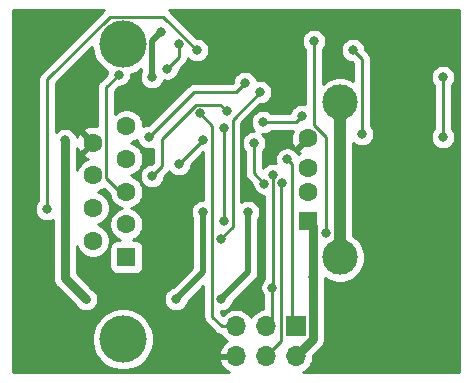
<source format=gbr>
%TF.GenerationSoftware,KiCad,Pcbnew,(5.1.10)-1*%
%TF.CreationDate,2021-11-06T11:37:03+01:00*%
%TF.ProjectId,msx-mouse-adapter,6d73782d-6d6f-4757-9365-2d6164617074,rev?*%
%TF.SameCoordinates,Original*%
%TF.FileFunction,Copper,L1,Top*%
%TF.FilePolarity,Positive*%
%FSLAX46Y46*%
G04 Gerber Fmt 4.6, Leading zero omitted, Abs format (unit mm)*
G04 Created by KiCad (PCBNEW (5.1.10)-1) date 2021-11-06 11:37:03*
%MOMM*%
%LPD*%
G01*
G04 APERTURE LIST*
%TA.AperFunction,ComponentPad*%
%ADD10C,3.000000*%
%TD*%
%TA.AperFunction,ComponentPad*%
%ADD11R,1.500000X1.600000*%
%TD*%
%TA.AperFunction,ComponentPad*%
%ADD12C,1.600000*%
%TD*%
%TA.AperFunction,ComponentPad*%
%ADD13R,1.700000X1.700000*%
%TD*%
%TA.AperFunction,ComponentPad*%
%ADD14O,1.700000X1.700000*%
%TD*%
%TA.AperFunction,ComponentPad*%
%ADD15C,4.000000*%
%TD*%
%TA.AperFunction,ComponentPad*%
%ADD16R,1.600000X1.600000*%
%TD*%
%TA.AperFunction,ViaPad*%
%ADD17C,0.800000*%
%TD*%
%TA.AperFunction,Conductor*%
%ADD18C,0.750000*%
%TD*%
%TA.AperFunction,Conductor*%
%ADD19C,0.500000*%
%TD*%
%TA.AperFunction,Conductor*%
%ADD20C,0.250000*%
%TD*%
%TA.AperFunction,Conductor*%
%ADD21C,1.000000*%
%TD*%
%TA.AperFunction,Conductor*%
%ADD22C,0.254000*%
%TD*%
%TA.AperFunction,Conductor*%
%ADD23C,0.100000*%
%TD*%
G04 APERTURE END LIST*
D10*
%TO.P,J2,5*%
%TO.N,Net-(J2-Pad5)*%
X146982000Y-55902000D03*
X146982000Y-42762000D03*
D11*
%TO.P,J2,1*%
%TO.N,+5V*%
X144272000Y-52832000D03*
D12*
%TO.P,J2,2*%
%TO.N,/D10_PWM*%
X144272000Y-50332000D03*
%TO.P,J2,3*%
%TO.N,/D11_MOSI*%
X144272000Y-48332000D03*
%TO.P,J2,4*%
%TO.N,GND*%
X144272000Y-45832000D03*
%TD*%
D13*
%TO.P,J3,1*%
%TO.N,/D12_MISO*%
X143256000Y-61722000D03*
D14*
%TO.P,J3,2*%
%TO.N,+5V*%
X143256000Y-64262000D03*
%TO.P,J3,3*%
%TO.N,/D13_SCK*%
X140716000Y-61722000D03*
%TO.P,J3,4*%
%TO.N,/D11_MOSI*%
X140716000Y-64262000D03*
%TO.P,J3,5*%
%TO.N,/RESET*%
X138176000Y-61722000D03*
%TO.P,J3,6*%
%TO.N,GND*%
X138176000Y-64262000D03*
%TD*%
D12*
%TO.P,J1,2*%
%TO.N,/D3_PWM*%
X128905000Y-53110000D03*
%TO.P,J1,8*%
%TO.N,/D8*%
X126065000Y-48955000D03*
%TO.P,J1,9*%
%TO.N,GND*%
X126065000Y-46185000D03*
D15*
%TO.P,J1,0*%
%TO.N,N/C*%
X128605000Y-37840000D03*
X128605000Y-62840000D03*
D12*
%TO.P,J1,5*%
%TO.N,+5V*%
X128905000Y-44800000D03*
%TO.P,J1,4*%
%TO.N,/D5_PWM*%
X128905000Y-47570000D03*
%TO.P,J1,7*%
%TO.N,/ButtonRight*%
X126065000Y-51725000D03*
D16*
%TO.P,J1,1*%
%TO.N,/D2*%
X128905000Y-55880000D03*
D12*
%TO.P,J1,3*%
%TO.N,/D4*%
X128905000Y-50340000D03*
%TO.P,J1,6*%
%TO.N,/ButtonLeft*%
X126065000Y-54495000D03*
%TD*%
D17*
%TO.N,GND*%
X136398000Y-38100000D03*
X137922000Y-38100000D03*
X133350000Y-52070000D03*
X134112000Y-35560000D03*
X152654000Y-60198000D03*
%TO.N,+5V*%
X123698000Y-45974000D03*
X125476000Y-59436000D03*
X144681001Y-57559001D03*
X135382000Y-52070000D03*
X133096000Y-59436000D03*
X139192000Y-52070000D03*
X136906000Y-59436000D03*
X131064000Y-40640000D03*
X131826000Y-36830000D03*
%TO.N,/D2*%
X137160000Y-44958000D03*
X137160000Y-52832000D03*
%TO.N,/D3_PWM*%
X134869347Y-38358653D03*
X122174000Y-51816000D03*
%TO.N,/D4*%
X128265818Y-40417784D03*
X133340694Y-37855306D03*
X132370999Y-39914999D03*
%TO.N,/D5_PWM*%
X130810000Y-45720000D03*
X138938000Y-41148000D03*
%TO.N,/ButtonLeft*%
X140208000Y-41910000D03*
X136905999Y-54356000D03*
%TO.N,/ButtonRight*%
X133350000Y-48006000D03*
X135382000Y-45974000D03*
X140462000Y-44450000D03*
X143764000Y-43942000D03*
%TO.N,/D8*%
X137379999Y-43542000D03*
X131064000Y-49022000D03*
%TO.N,/D10_PWM*%
X139700000Y-46228000D03*
X140589000Y-49657000D03*
%TO.N,/D11_MOSI*%
X142039001Y-49607000D03*
%TO.N,/D12_MISO*%
X142511314Y-47607000D03*
%TO.N,/D13_SCK*%
X144780000Y-37592000D03*
X145796000Y-53848000D03*
X141261000Y-58461000D03*
X141290279Y-48944113D03*
%TO.N,/RESET*%
X135128000Y-43688000D03*
%TO.N,Net-(C2-Pad1)*%
X148844000Y-45466000D03*
X148082000Y-38354000D03*
%TO.N,Net-(C3-Pad1)*%
X155702000Y-40640000D03*
X155702000Y-45720000D03*
%TD*%
D18*
%TO.N,+5V*%
X123698000Y-45974000D02*
X123698000Y-57658000D01*
X123698000Y-57658000D02*
X125476000Y-59436000D01*
X144681001Y-53241001D02*
X144272000Y-52832000D01*
X143256000Y-64262000D02*
X144681001Y-62836999D01*
X144681001Y-57559001D02*
X144681001Y-53241001D01*
X144681001Y-62836999D02*
X144681001Y-57559001D01*
D19*
X135382000Y-57150000D02*
X133096000Y-59436000D01*
X135382000Y-52070000D02*
X135382000Y-57150000D01*
X139192000Y-52070000D02*
X139192000Y-57150000D01*
X139192000Y-57150000D02*
X136906000Y-59436000D01*
X131064000Y-37592000D02*
X131826000Y-36830000D01*
X131064000Y-40640000D02*
X131064000Y-37592000D01*
D20*
%TO.N,/D2*%
X137160000Y-44958000D02*
X137160000Y-52832000D01*
%TO.N,/D3_PWM*%
X122174000Y-40829998D02*
X122174000Y-51816000D01*
X127488999Y-35514999D02*
X122174000Y-40829998D01*
X132025693Y-35514999D02*
X127488999Y-35514999D01*
X134869347Y-38358653D02*
X132025693Y-35514999D01*
%TO.N,/D4*%
X127190001Y-41493601D02*
X127190001Y-49212001D01*
X128265818Y-40417784D02*
X127190001Y-41493601D01*
X128318000Y-50340000D02*
X128905000Y-50340000D01*
X127190001Y-49212001D02*
X128318000Y-50340000D01*
X133340694Y-38945304D02*
X132370999Y-39914999D01*
X133340694Y-37855306D02*
X133340694Y-38945304D01*
%TO.N,/D5_PWM*%
X130810000Y-45720000D02*
X134620000Y-41910000D01*
X138176000Y-41910000D02*
X138938000Y-41148000D01*
X134620000Y-41910000D02*
X138176000Y-41910000D01*
%TO.N,/ButtonLeft*%
X137885001Y-44232999D02*
X137885001Y-53303001D01*
X140208000Y-41910000D02*
X137885001Y-44232999D01*
X136905999Y-54282003D02*
X136905999Y-54356000D01*
X137885001Y-53303001D02*
X136905999Y-54282003D01*
%TO.N,/ButtonRight*%
X133350000Y-48006000D02*
X135455999Y-45900001D01*
X135455999Y-45900001D02*
X135382000Y-45974000D01*
X143256000Y-44450000D02*
X143764000Y-43942000D01*
X140462000Y-44450000D02*
X143256000Y-44450000D01*
%TO.N,/D8*%
X136800998Y-42962999D02*
X137379999Y-43542000D01*
X134779999Y-42962999D02*
X136800998Y-42962999D01*
X131893000Y-45849998D02*
X134779999Y-42962999D01*
X131893000Y-48193000D02*
X131064000Y-49022000D01*
X131893000Y-45849998D02*
X131893000Y-48193000D01*
D21*
%TO.N,Net-(J2-Pad5)*%
X146982000Y-42762000D02*
X146982000Y-55902000D01*
D20*
%TO.N,/D10_PWM*%
X139700000Y-48768000D02*
X139700000Y-46228000D01*
X140589000Y-49657000D02*
X139700000Y-48768000D01*
X140716000Y-49784000D02*
X140589000Y-49657000D01*
%TO.N,/D11_MOSI*%
X141986000Y-62992000D02*
X140716000Y-64262000D01*
X141986000Y-49784000D02*
X141986000Y-62992000D01*
X141986000Y-49660001D02*
X142039001Y-49607000D01*
X141986000Y-49784000D02*
X141986000Y-49660001D01*
%TO.N,/D12_MISO*%
X142911313Y-61377313D02*
X143256000Y-61722000D01*
X142911313Y-48006999D02*
X142911313Y-61377313D01*
X142511314Y-47607000D02*
X142911313Y-48006999D01*
%TO.N,/D13_SCK*%
X145796000Y-45722999D02*
X145796000Y-53848000D01*
X144780000Y-44706999D02*
X145796000Y-45722999D01*
X144780000Y-37592000D02*
X144780000Y-44706999D01*
X141314001Y-58407999D02*
X141261000Y-58461000D01*
X141314001Y-49308999D02*
X141314001Y-58407999D01*
X141290279Y-49285277D02*
X141314001Y-49308999D01*
X141290279Y-48944113D02*
X141290279Y-49285277D01*
X141261000Y-61177000D02*
X140716000Y-61722000D01*
X141261000Y-58461000D02*
X141261000Y-61177000D01*
%TO.N,/RESET*%
X136180999Y-44740999D02*
X135128000Y-43688000D01*
X136180999Y-60929080D02*
X136180999Y-44740999D01*
X136973919Y-61722000D02*
X136180999Y-60929080D01*
X138176000Y-61722000D02*
X136973919Y-61722000D01*
%TO.N,Net-(C2-Pad1)*%
X148844000Y-39116000D02*
X148082000Y-38354000D01*
X148844000Y-45466000D02*
X148844000Y-39116000D01*
%TO.N,Net-(C3-Pad1)*%
X155702000Y-40640000D02*
X155702000Y-45720000D01*
%TD*%
D22*
%TO.N,GND*%
X157074001Y-65634000D02*
X143824190Y-65634000D01*
X143959411Y-65577990D01*
X144202632Y-65415475D01*
X144409475Y-65208632D01*
X144571990Y-64965411D01*
X144683932Y-64695158D01*
X144741000Y-64408260D01*
X144741000Y-64205356D01*
X145360100Y-63586256D01*
X145398634Y-63554632D01*
X145524848Y-63400839D01*
X145618633Y-63225379D01*
X145655897Y-63102537D01*
X145676386Y-63034994D01*
X145695887Y-62836999D01*
X145691001Y-62787391D01*
X145691001Y-57786624D01*
X145716001Y-57660940D01*
X145716001Y-57623829D01*
X145970698Y-57794012D01*
X146359244Y-57954953D01*
X146771721Y-58037000D01*
X147192279Y-58037000D01*
X147604756Y-57954953D01*
X147993302Y-57794012D01*
X148342983Y-57560363D01*
X148640363Y-57262983D01*
X148874012Y-56913302D01*
X149034953Y-56524756D01*
X149117000Y-56112279D01*
X149117000Y-55691721D01*
X149034953Y-55279244D01*
X148874012Y-54890698D01*
X148640363Y-54541017D01*
X148342983Y-54243637D01*
X148117000Y-54092640D01*
X148117000Y-46202711D01*
X148184226Y-46269937D01*
X148353744Y-46383205D01*
X148542102Y-46461226D01*
X148742061Y-46501000D01*
X148945939Y-46501000D01*
X149145898Y-46461226D01*
X149334256Y-46383205D01*
X149503774Y-46269937D01*
X149647937Y-46125774D01*
X149761205Y-45956256D01*
X149839226Y-45767898D01*
X149879000Y-45567939D01*
X149879000Y-45364061D01*
X149839226Y-45164102D01*
X149761205Y-44975744D01*
X149647937Y-44806226D01*
X149604000Y-44762289D01*
X149604000Y-40538061D01*
X154667000Y-40538061D01*
X154667000Y-40741939D01*
X154706774Y-40941898D01*
X154784795Y-41130256D01*
X154898063Y-41299774D01*
X154942000Y-41343711D01*
X154942001Y-45016288D01*
X154898063Y-45060226D01*
X154784795Y-45229744D01*
X154706774Y-45418102D01*
X154667000Y-45618061D01*
X154667000Y-45821939D01*
X154706774Y-46021898D01*
X154784795Y-46210256D01*
X154898063Y-46379774D01*
X155042226Y-46523937D01*
X155211744Y-46637205D01*
X155400102Y-46715226D01*
X155600061Y-46755000D01*
X155803939Y-46755000D01*
X156003898Y-46715226D01*
X156192256Y-46637205D01*
X156361774Y-46523937D01*
X156505937Y-46379774D01*
X156619205Y-46210256D01*
X156697226Y-46021898D01*
X156737000Y-45821939D01*
X156737000Y-45618061D01*
X156697226Y-45418102D01*
X156619205Y-45229744D01*
X156505937Y-45060226D01*
X156462000Y-45016289D01*
X156462000Y-41343711D01*
X156505937Y-41299774D01*
X156619205Y-41130256D01*
X156697226Y-40941898D01*
X156737000Y-40741939D01*
X156737000Y-40538061D01*
X156697226Y-40338102D01*
X156619205Y-40149744D01*
X156505937Y-39980226D01*
X156361774Y-39836063D01*
X156192256Y-39722795D01*
X156003898Y-39644774D01*
X155803939Y-39605000D01*
X155600061Y-39605000D01*
X155400102Y-39644774D01*
X155211744Y-39722795D01*
X155042226Y-39836063D01*
X154898063Y-39980226D01*
X154784795Y-40149744D01*
X154706774Y-40338102D01*
X154667000Y-40538061D01*
X149604000Y-40538061D01*
X149604000Y-39153325D01*
X149607676Y-39116000D01*
X149604000Y-39078675D01*
X149604000Y-39078667D01*
X149593003Y-38967014D01*
X149549546Y-38823753D01*
X149478974Y-38691724D01*
X149384001Y-38575999D01*
X149355002Y-38552201D01*
X149117000Y-38314198D01*
X149117000Y-38252061D01*
X149077226Y-38052102D01*
X148999205Y-37863744D01*
X148885937Y-37694226D01*
X148741774Y-37550063D01*
X148572256Y-37436795D01*
X148383898Y-37358774D01*
X148183939Y-37319000D01*
X147980061Y-37319000D01*
X147780102Y-37358774D01*
X147591744Y-37436795D01*
X147422226Y-37550063D01*
X147278063Y-37694226D01*
X147164795Y-37863744D01*
X147086774Y-38052102D01*
X147047000Y-38252061D01*
X147047000Y-38455939D01*
X147086774Y-38655898D01*
X147164795Y-38844256D01*
X147278063Y-39013774D01*
X147422226Y-39157937D01*
X147591744Y-39271205D01*
X147780102Y-39349226D01*
X147980061Y-39389000D01*
X148042198Y-39389000D01*
X148084001Y-39430803D01*
X148084001Y-40930591D01*
X147993302Y-40869988D01*
X147604756Y-40709047D01*
X147192279Y-40627000D01*
X146771721Y-40627000D01*
X146359244Y-40709047D01*
X145970698Y-40869988D01*
X145621017Y-41103637D01*
X145540000Y-41184654D01*
X145540000Y-38295711D01*
X145583937Y-38251774D01*
X145697205Y-38082256D01*
X145775226Y-37893898D01*
X145815000Y-37693939D01*
X145815000Y-37490061D01*
X145775226Y-37290102D01*
X145697205Y-37101744D01*
X145583937Y-36932226D01*
X145439774Y-36788063D01*
X145270256Y-36674795D01*
X145081898Y-36596774D01*
X144881939Y-36557000D01*
X144678061Y-36557000D01*
X144478102Y-36596774D01*
X144289744Y-36674795D01*
X144120226Y-36788063D01*
X143976063Y-36932226D01*
X143862795Y-37101744D01*
X143784774Y-37290102D01*
X143745000Y-37490061D01*
X143745000Y-37693939D01*
X143784774Y-37893898D01*
X143862795Y-38082256D01*
X143976063Y-38251774D01*
X144020000Y-38295711D01*
X144020001Y-42937645D01*
X143865939Y-42907000D01*
X143662061Y-42907000D01*
X143462102Y-42946774D01*
X143273744Y-43024795D01*
X143104226Y-43138063D01*
X142960063Y-43282226D01*
X142846795Y-43451744D01*
X142768774Y-43640102D01*
X142758849Y-43690000D01*
X141165711Y-43690000D01*
X141121774Y-43646063D01*
X140952256Y-43532795D01*
X140763898Y-43454774D01*
X140563939Y-43415000D01*
X140360061Y-43415000D01*
X140160102Y-43454774D01*
X139971744Y-43532795D01*
X139802226Y-43646063D01*
X139658063Y-43790226D01*
X139544795Y-43959744D01*
X139466774Y-44148102D01*
X139427000Y-44348061D01*
X139427000Y-44551939D01*
X139466774Y-44751898D01*
X139544795Y-44940256D01*
X139658063Y-45109774D01*
X139741289Y-45193000D01*
X139598061Y-45193000D01*
X139398102Y-45232774D01*
X139209744Y-45310795D01*
X139040226Y-45424063D01*
X138896063Y-45568226D01*
X138782795Y-45737744D01*
X138704774Y-45926102D01*
X138665000Y-46126061D01*
X138665000Y-46329939D01*
X138704774Y-46529898D01*
X138782795Y-46718256D01*
X138896063Y-46887774D01*
X138940001Y-46931712D01*
X138940000Y-48730677D01*
X138936324Y-48768000D01*
X138940000Y-48805322D01*
X138940000Y-48805332D01*
X138950997Y-48916985D01*
X138983771Y-49025027D01*
X138994454Y-49060246D01*
X139065026Y-49192276D01*
X139085615Y-49217363D01*
X139159999Y-49308001D01*
X139189002Y-49331803D01*
X139554000Y-49696801D01*
X139554000Y-49758939D01*
X139593774Y-49958898D01*
X139671795Y-50147256D01*
X139785063Y-50316774D01*
X139929226Y-50460937D01*
X140098744Y-50574205D01*
X140287102Y-50652226D01*
X140487061Y-50692000D01*
X140554001Y-50692000D01*
X140554002Y-57704287D01*
X140457063Y-57801226D01*
X140343795Y-57970744D01*
X140265774Y-58159102D01*
X140226000Y-58359061D01*
X140226000Y-58562939D01*
X140265774Y-58762898D01*
X140343795Y-58951256D01*
X140457063Y-59120774D01*
X140501000Y-59164711D01*
X140501001Y-60250673D01*
X140282842Y-60294068D01*
X140012589Y-60406010D01*
X139769368Y-60568525D01*
X139562525Y-60775368D01*
X139446000Y-60949760D01*
X139329475Y-60775368D01*
X139122632Y-60568525D01*
X138879411Y-60406010D01*
X138609158Y-60294068D01*
X138322260Y-60237000D01*
X138029740Y-60237000D01*
X137742842Y-60294068D01*
X137472589Y-60406010D01*
X137229368Y-60568525D01*
X137062307Y-60735586D01*
X136940999Y-60614279D01*
X136940999Y-60471000D01*
X137007939Y-60471000D01*
X137207898Y-60431226D01*
X137396256Y-60353205D01*
X137565774Y-60239937D01*
X137709937Y-60095774D01*
X137823205Y-59926256D01*
X137901226Y-59737898D01*
X137912535Y-59681043D01*
X139787049Y-57806530D01*
X139820817Y-57778817D01*
X139931411Y-57644059D01*
X140013589Y-57490313D01*
X140064195Y-57323490D01*
X140077000Y-57193477D01*
X140077000Y-57193467D01*
X140081281Y-57150001D01*
X140077000Y-57106535D01*
X140077000Y-52608454D01*
X140109205Y-52560256D01*
X140187226Y-52371898D01*
X140227000Y-52171939D01*
X140227000Y-51968061D01*
X140187226Y-51768102D01*
X140109205Y-51579744D01*
X139995937Y-51410226D01*
X139851774Y-51266063D01*
X139682256Y-51152795D01*
X139493898Y-51074774D01*
X139293939Y-51035000D01*
X139090061Y-51035000D01*
X138890102Y-51074774D01*
X138701744Y-51152795D01*
X138645001Y-51190709D01*
X138645001Y-44547800D01*
X140247802Y-42945000D01*
X140309939Y-42945000D01*
X140509898Y-42905226D01*
X140698256Y-42827205D01*
X140867774Y-42713937D01*
X141011937Y-42569774D01*
X141125205Y-42400256D01*
X141203226Y-42211898D01*
X141243000Y-42011939D01*
X141243000Y-41808061D01*
X141203226Y-41608102D01*
X141125205Y-41419744D01*
X141011937Y-41250226D01*
X140867774Y-41106063D01*
X140698256Y-40992795D01*
X140509898Y-40914774D01*
X140309939Y-40875000D01*
X140106061Y-40875000D01*
X139945333Y-40906970D01*
X139933226Y-40846102D01*
X139855205Y-40657744D01*
X139741937Y-40488226D01*
X139597774Y-40344063D01*
X139428256Y-40230795D01*
X139239898Y-40152774D01*
X139039939Y-40113000D01*
X138836061Y-40113000D01*
X138636102Y-40152774D01*
X138447744Y-40230795D01*
X138278226Y-40344063D01*
X138134063Y-40488226D01*
X138020795Y-40657744D01*
X137942774Y-40846102D01*
X137903000Y-41046061D01*
X137903000Y-41108199D01*
X137861199Y-41150000D01*
X134657325Y-41150000D01*
X134620000Y-41146324D01*
X134582675Y-41150000D01*
X134582667Y-41150000D01*
X134471014Y-41160997D01*
X134327753Y-41204454D01*
X134195724Y-41275026D01*
X134079999Y-41369999D01*
X134056201Y-41398997D01*
X130770199Y-44685000D01*
X130708061Y-44685000D01*
X130508102Y-44724774D01*
X130340000Y-44794405D01*
X130340000Y-44658665D01*
X130284853Y-44381426D01*
X130176680Y-44120273D01*
X130019637Y-43885241D01*
X129819759Y-43685363D01*
X129584727Y-43528320D01*
X129323574Y-43420147D01*
X129046335Y-43365000D01*
X128763665Y-43365000D01*
X128486426Y-43420147D01*
X128225273Y-43528320D01*
X127990241Y-43685363D01*
X127950001Y-43725603D01*
X127950001Y-41808402D01*
X128305620Y-41452784D01*
X128367757Y-41452784D01*
X128567716Y-41413010D01*
X128756074Y-41334989D01*
X128925592Y-41221721D01*
X129069755Y-41077558D01*
X129183023Y-40908040D01*
X129261044Y-40719682D01*
X129300818Y-40519723D01*
X129300818Y-40388216D01*
X129373601Y-40373739D01*
X129853141Y-40175107D01*
X130179000Y-39957374D01*
X130179000Y-40101545D01*
X130146795Y-40149744D01*
X130068774Y-40338102D01*
X130029000Y-40538061D01*
X130029000Y-40741939D01*
X130068774Y-40941898D01*
X130146795Y-41130256D01*
X130260063Y-41299774D01*
X130404226Y-41443937D01*
X130573744Y-41557205D01*
X130762102Y-41635226D01*
X130962061Y-41675000D01*
X131165939Y-41675000D01*
X131365898Y-41635226D01*
X131554256Y-41557205D01*
X131723774Y-41443937D01*
X131867937Y-41299774D01*
X131981205Y-41130256D01*
X132059226Y-40941898D01*
X132065798Y-40908857D01*
X132069101Y-40910225D01*
X132269060Y-40949999D01*
X132472938Y-40949999D01*
X132672897Y-40910225D01*
X132861255Y-40832204D01*
X133030773Y-40718936D01*
X133174936Y-40574773D01*
X133288204Y-40405255D01*
X133366225Y-40216897D01*
X133405999Y-40016938D01*
X133405999Y-39954801D01*
X133851697Y-39509103D01*
X133880695Y-39485305D01*
X133975668Y-39369580D01*
X134046240Y-39237551D01*
X134089697Y-39094290D01*
X134094321Y-39047338D01*
X134209573Y-39162590D01*
X134379091Y-39275858D01*
X134567449Y-39353879D01*
X134767408Y-39393653D01*
X134971286Y-39393653D01*
X135171245Y-39353879D01*
X135359603Y-39275858D01*
X135529121Y-39162590D01*
X135673284Y-39018427D01*
X135786552Y-38848909D01*
X135864573Y-38660551D01*
X135904347Y-38460592D01*
X135904347Y-38256714D01*
X135864573Y-38056755D01*
X135786552Y-37868397D01*
X135673284Y-37698879D01*
X135529121Y-37554716D01*
X135359603Y-37441448D01*
X135171245Y-37363427D01*
X134971286Y-37323653D01*
X134909149Y-37323653D01*
X132589497Y-35004002D01*
X132565694Y-34974998D01*
X132535234Y-34950000D01*
X157074000Y-34950000D01*
X157074001Y-65634000D01*
%TA.AperFunction,Conductor*%
D23*
G36*
X157074001Y-65634000D02*
G01*
X143824190Y-65634000D01*
X143959411Y-65577990D01*
X144202632Y-65415475D01*
X144409475Y-65208632D01*
X144571990Y-64965411D01*
X144683932Y-64695158D01*
X144741000Y-64408260D01*
X144741000Y-64205356D01*
X145360100Y-63586256D01*
X145398634Y-63554632D01*
X145524848Y-63400839D01*
X145618633Y-63225379D01*
X145655897Y-63102537D01*
X145676386Y-63034994D01*
X145695887Y-62836999D01*
X145691001Y-62787391D01*
X145691001Y-57786624D01*
X145716001Y-57660940D01*
X145716001Y-57623829D01*
X145970698Y-57794012D01*
X146359244Y-57954953D01*
X146771721Y-58037000D01*
X147192279Y-58037000D01*
X147604756Y-57954953D01*
X147993302Y-57794012D01*
X148342983Y-57560363D01*
X148640363Y-57262983D01*
X148874012Y-56913302D01*
X149034953Y-56524756D01*
X149117000Y-56112279D01*
X149117000Y-55691721D01*
X149034953Y-55279244D01*
X148874012Y-54890698D01*
X148640363Y-54541017D01*
X148342983Y-54243637D01*
X148117000Y-54092640D01*
X148117000Y-46202711D01*
X148184226Y-46269937D01*
X148353744Y-46383205D01*
X148542102Y-46461226D01*
X148742061Y-46501000D01*
X148945939Y-46501000D01*
X149145898Y-46461226D01*
X149334256Y-46383205D01*
X149503774Y-46269937D01*
X149647937Y-46125774D01*
X149761205Y-45956256D01*
X149839226Y-45767898D01*
X149879000Y-45567939D01*
X149879000Y-45364061D01*
X149839226Y-45164102D01*
X149761205Y-44975744D01*
X149647937Y-44806226D01*
X149604000Y-44762289D01*
X149604000Y-40538061D01*
X154667000Y-40538061D01*
X154667000Y-40741939D01*
X154706774Y-40941898D01*
X154784795Y-41130256D01*
X154898063Y-41299774D01*
X154942000Y-41343711D01*
X154942001Y-45016288D01*
X154898063Y-45060226D01*
X154784795Y-45229744D01*
X154706774Y-45418102D01*
X154667000Y-45618061D01*
X154667000Y-45821939D01*
X154706774Y-46021898D01*
X154784795Y-46210256D01*
X154898063Y-46379774D01*
X155042226Y-46523937D01*
X155211744Y-46637205D01*
X155400102Y-46715226D01*
X155600061Y-46755000D01*
X155803939Y-46755000D01*
X156003898Y-46715226D01*
X156192256Y-46637205D01*
X156361774Y-46523937D01*
X156505937Y-46379774D01*
X156619205Y-46210256D01*
X156697226Y-46021898D01*
X156737000Y-45821939D01*
X156737000Y-45618061D01*
X156697226Y-45418102D01*
X156619205Y-45229744D01*
X156505937Y-45060226D01*
X156462000Y-45016289D01*
X156462000Y-41343711D01*
X156505937Y-41299774D01*
X156619205Y-41130256D01*
X156697226Y-40941898D01*
X156737000Y-40741939D01*
X156737000Y-40538061D01*
X156697226Y-40338102D01*
X156619205Y-40149744D01*
X156505937Y-39980226D01*
X156361774Y-39836063D01*
X156192256Y-39722795D01*
X156003898Y-39644774D01*
X155803939Y-39605000D01*
X155600061Y-39605000D01*
X155400102Y-39644774D01*
X155211744Y-39722795D01*
X155042226Y-39836063D01*
X154898063Y-39980226D01*
X154784795Y-40149744D01*
X154706774Y-40338102D01*
X154667000Y-40538061D01*
X149604000Y-40538061D01*
X149604000Y-39153325D01*
X149607676Y-39116000D01*
X149604000Y-39078675D01*
X149604000Y-39078667D01*
X149593003Y-38967014D01*
X149549546Y-38823753D01*
X149478974Y-38691724D01*
X149384001Y-38575999D01*
X149355002Y-38552201D01*
X149117000Y-38314198D01*
X149117000Y-38252061D01*
X149077226Y-38052102D01*
X148999205Y-37863744D01*
X148885937Y-37694226D01*
X148741774Y-37550063D01*
X148572256Y-37436795D01*
X148383898Y-37358774D01*
X148183939Y-37319000D01*
X147980061Y-37319000D01*
X147780102Y-37358774D01*
X147591744Y-37436795D01*
X147422226Y-37550063D01*
X147278063Y-37694226D01*
X147164795Y-37863744D01*
X147086774Y-38052102D01*
X147047000Y-38252061D01*
X147047000Y-38455939D01*
X147086774Y-38655898D01*
X147164795Y-38844256D01*
X147278063Y-39013774D01*
X147422226Y-39157937D01*
X147591744Y-39271205D01*
X147780102Y-39349226D01*
X147980061Y-39389000D01*
X148042198Y-39389000D01*
X148084001Y-39430803D01*
X148084001Y-40930591D01*
X147993302Y-40869988D01*
X147604756Y-40709047D01*
X147192279Y-40627000D01*
X146771721Y-40627000D01*
X146359244Y-40709047D01*
X145970698Y-40869988D01*
X145621017Y-41103637D01*
X145540000Y-41184654D01*
X145540000Y-38295711D01*
X145583937Y-38251774D01*
X145697205Y-38082256D01*
X145775226Y-37893898D01*
X145815000Y-37693939D01*
X145815000Y-37490061D01*
X145775226Y-37290102D01*
X145697205Y-37101744D01*
X145583937Y-36932226D01*
X145439774Y-36788063D01*
X145270256Y-36674795D01*
X145081898Y-36596774D01*
X144881939Y-36557000D01*
X144678061Y-36557000D01*
X144478102Y-36596774D01*
X144289744Y-36674795D01*
X144120226Y-36788063D01*
X143976063Y-36932226D01*
X143862795Y-37101744D01*
X143784774Y-37290102D01*
X143745000Y-37490061D01*
X143745000Y-37693939D01*
X143784774Y-37893898D01*
X143862795Y-38082256D01*
X143976063Y-38251774D01*
X144020000Y-38295711D01*
X144020001Y-42937645D01*
X143865939Y-42907000D01*
X143662061Y-42907000D01*
X143462102Y-42946774D01*
X143273744Y-43024795D01*
X143104226Y-43138063D01*
X142960063Y-43282226D01*
X142846795Y-43451744D01*
X142768774Y-43640102D01*
X142758849Y-43690000D01*
X141165711Y-43690000D01*
X141121774Y-43646063D01*
X140952256Y-43532795D01*
X140763898Y-43454774D01*
X140563939Y-43415000D01*
X140360061Y-43415000D01*
X140160102Y-43454774D01*
X139971744Y-43532795D01*
X139802226Y-43646063D01*
X139658063Y-43790226D01*
X139544795Y-43959744D01*
X139466774Y-44148102D01*
X139427000Y-44348061D01*
X139427000Y-44551939D01*
X139466774Y-44751898D01*
X139544795Y-44940256D01*
X139658063Y-45109774D01*
X139741289Y-45193000D01*
X139598061Y-45193000D01*
X139398102Y-45232774D01*
X139209744Y-45310795D01*
X139040226Y-45424063D01*
X138896063Y-45568226D01*
X138782795Y-45737744D01*
X138704774Y-45926102D01*
X138665000Y-46126061D01*
X138665000Y-46329939D01*
X138704774Y-46529898D01*
X138782795Y-46718256D01*
X138896063Y-46887774D01*
X138940001Y-46931712D01*
X138940000Y-48730677D01*
X138936324Y-48768000D01*
X138940000Y-48805322D01*
X138940000Y-48805332D01*
X138950997Y-48916985D01*
X138983771Y-49025027D01*
X138994454Y-49060246D01*
X139065026Y-49192276D01*
X139085615Y-49217363D01*
X139159999Y-49308001D01*
X139189002Y-49331803D01*
X139554000Y-49696801D01*
X139554000Y-49758939D01*
X139593774Y-49958898D01*
X139671795Y-50147256D01*
X139785063Y-50316774D01*
X139929226Y-50460937D01*
X140098744Y-50574205D01*
X140287102Y-50652226D01*
X140487061Y-50692000D01*
X140554001Y-50692000D01*
X140554002Y-57704287D01*
X140457063Y-57801226D01*
X140343795Y-57970744D01*
X140265774Y-58159102D01*
X140226000Y-58359061D01*
X140226000Y-58562939D01*
X140265774Y-58762898D01*
X140343795Y-58951256D01*
X140457063Y-59120774D01*
X140501000Y-59164711D01*
X140501001Y-60250673D01*
X140282842Y-60294068D01*
X140012589Y-60406010D01*
X139769368Y-60568525D01*
X139562525Y-60775368D01*
X139446000Y-60949760D01*
X139329475Y-60775368D01*
X139122632Y-60568525D01*
X138879411Y-60406010D01*
X138609158Y-60294068D01*
X138322260Y-60237000D01*
X138029740Y-60237000D01*
X137742842Y-60294068D01*
X137472589Y-60406010D01*
X137229368Y-60568525D01*
X137062307Y-60735586D01*
X136940999Y-60614279D01*
X136940999Y-60471000D01*
X137007939Y-60471000D01*
X137207898Y-60431226D01*
X137396256Y-60353205D01*
X137565774Y-60239937D01*
X137709937Y-60095774D01*
X137823205Y-59926256D01*
X137901226Y-59737898D01*
X137912535Y-59681043D01*
X139787049Y-57806530D01*
X139820817Y-57778817D01*
X139931411Y-57644059D01*
X140013589Y-57490313D01*
X140064195Y-57323490D01*
X140077000Y-57193477D01*
X140077000Y-57193467D01*
X140081281Y-57150001D01*
X140077000Y-57106535D01*
X140077000Y-52608454D01*
X140109205Y-52560256D01*
X140187226Y-52371898D01*
X140227000Y-52171939D01*
X140227000Y-51968061D01*
X140187226Y-51768102D01*
X140109205Y-51579744D01*
X139995937Y-51410226D01*
X139851774Y-51266063D01*
X139682256Y-51152795D01*
X139493898Y-51074774D01*
X139293939Y-51035000D01*
X139090061Y-51035000D01*
X138890102Y-51074774D01*
X138701744Y-51152795D01*
X138645001Y-51190709D01*
X138645001Y-44547800D01*
X140247802Y-42945000D01*
X140309939Y-42945000D01*
X140509898Y-42905226D01*
X140698256Y-42827205D01*
X140867774Y-42713937D01*
X141011937Y-42569774D01*
X141125205Y-42400256D01*
X141203226Y-42211898D01*
X141243000Y-42011939D01*
X141243000Y-41808061D01*
X141203226Y-41608102D01*
X141125205Y-41419744D01*
X141011937Y-41250226D01*
X140867774Y-41106063D01*
X140698256Y-40992795D01*
X140509898Y-40914774D01*
X140309939Y-40875000D01*
X140106061Y-40875000D01*
X139945333Y-40906970D01*
X139933226Y-40846102D01*
X139855205Y-40657744D01*
X139741937Y-40488226D01*
X139597774Y-40344063D01*
X139428256Y-40230795D01*
X139239898Y-40152774D01*
X139039939Y-40113000D01*
X138836061Y-40113000D01*
X138636102Y-40152774D01*
X138447744Y-40230795D01*
X138278226Y-40344063D01*
X138134063Y-40488226D01*
X138020795Y-40657744D01*
X137942774Y-40846102D01*
X137903000Y-41046061D01*
X137903000Y-41108199D01*
X137861199Y-41150000D01*
X134657325Y-41150000D01*
X134620000Y-41146324D01*
X134582675Y-41150000D01*
X134582667Y-41150000D01*
X134471014Y-41160997D01*
X134327753Y-41204454D01*
X134195724Y-41275026D01*
X134079999Y-41369999D01*
X134056201Y-41398997D01*
X130770199Y-44685000D01*
X130708061Y-44685000D01*
X130508102Y-44724774D01*
X130340000Y-44794405D01*
X130340000Y-44658665D01*
X130284853Y-44381426D01*
X130176680Y-44120273D01*
X130019637Y-43885241D01*
X129819759Y-43685363D01*
X129584727Y-43528320D01*
X129323574Y-43420147D01*
X129046335Y-43365000D01*
X128763665Y-43365000D01*
X128486426Y-43420147D01*
X128225273Y-43528320D01*
X127990241Y-43685363D01*
X127950001Y-43725603D01*
X127950001Y-41808402D01*
X128305620Y-41452784D01*
X128367757Y-41452784D01*
X128567716Y-41413010D01*
X128756074Y-41334989D01*
X128925592Y-41221721D01*
X129069755Y-41077558D01*
X129183023Y-40908040D01*
X129261044Y-40719682D01*
X129300818Y-40519723D01*
X129300818Y-40388216D01*
X129373601Y-40373739D01*
X129853141Y-40175107D01*
X130179000Y-39957374D01*
X130179000Y-40101545D01*
X130146795Y-40149744D01*
X130068774Y-40338102D01*
X130029000Y-40538061D01*
X130029000Y-40741939D01*
X130068774Y-40941898D01*
X130146795Y-41130256D01*
X130260063Y-41299774D01*
X130404226Y-41443937D01*
X130573744Y-41557205D01*
X130762102Y-41635226D01*
X130962061Y-41675000D01*
X131165939Y-41675000D01*
X131365898Y-41635226D01*
X131554256Y-41557205D01*
X131723774Y-41443937D01*
X131867937Y-41299774D01*
X131981205Y-41130256D01*
X132059226Y-40941898D01*
X132065798Y-40908857D01*
X132069101Y-40910225D01*
X132269060Y-40949999D01*
X132472938Y-40949999D01*
X132672897Y-40910225D01*
X132861255Y-40832204D01*
X133030773Y-40718936D01*
X133174936Y-40574773D01*
X133288204Y-40405255D01*
X133366225Y-40216897D01*
X133405999Y-40016938D01*
X133405999Y-39954801D01*
X133851697Y-39509103D01*
X133880695Y-39485305D01*
X133975668Y-39369580D01*
X134046240Y-39237551D01*
X134089697Y-39094290D01*
X134094321Y-39047338D01*
X134209573Y-39162590D01*
X134379091Y-39275858D01*
X134567449Y-39353879D01*
X134767408Y-39393653D01*
X134971286Y-39393653D01*
X135171245Y-39353879D01*
X135359603Y-39275858D01*
X135529121Y-39162590D01*
X135673284Y-39018427D01*
X135786552Y-38848909D01*
X135864573Y-38660551D01*
X135904347Y-38460592D01*
X135904347Y-38256714D01*
X135864573Y-38056755D01*
X135786552Y-37868397D01*
X135673284Y-37698879D01*
X135529121Y-37554716D01*
X135359603Y-37441448D01*
X135171245Y-37363427D01*
X134971286Y-37323653D01*
X134909149Y-37323653D01*
X132589497Y-35004002D01*
X132565694Y-34974998D01*
X132535234Y-34950000D01*
X157074000Y-34950000D01*
X157074001Y-65634000D01*
G37*
%TD.AperFunction*%
D22*
X126948998Y-34974998D02*
X126925200Y-35003996D01*
X121663003Y-40266194D01*
X121633999Y-40289997D01*
X121578871Y-40357172D01*
X121539026Y-40405722D01*
X121478091Y-40519723D01*
X121468454Y-40537752D01*
X121424997Y-40681013D01*
X121414000Y-40792666D01*
X121414000Y-40792676D01*
X121410324Y-40829998D01*
X121414000Y-40867320D01*
X121414001Y-51112288D01*
X121370063Y-51156226D01*
X121256795Y-51325744D01*
X121178774Y-51514102D01*
X121139000Y-51714061D01*
X121139000Y-51917939D01*
X121178774Y-52117898D01*
X121256795Y-52306256D01*
X121370063Y-52475774D01*
X121514226Y-52619937D01*
X121683744Y-52733205D01*
X121872102Y-52811226D01*
X122072061Y-52851000D01*
X122275939Y-52851000D01*
X122475898Y-52811226D01*
X122664256Y-52733205D01*
X122688001Y-52717339D01*
X122688001Y-57608382D01*
X122683114Y-57658000D01*
X122702615Y-57855994D01*
X122760368Y-58046379D01*
X122854154Y-58221840D01*
X122928158Y-58312014D01*
X122980368Y-58375633D01*
X123018901Y-58407256D01*
X124600870Y-59989226D01*
X124672063Y-60095774D01*
X124816226Y-60239937D01*
X124985744Y-60353205D01*
X125174102Y-60431226D01*
X125374061Y-60471000D01*
X125577939Y-60471000D01*
X125777898Y-60431226D01*
X125966256Y-60353205D01*
X126135774Y-60239937D01*
X126279937Y-60095774D01*
X126393205Y-59926256D01*
X126471226Y-59737898D01*
X126511000Y-59537939D01*
X126511000Y-59334061D01*
X126471226Y-59134102D01*
X126393205Y-58945744D01*
X126279937Y-58776226D01*
X126135774Y-58632063D01*
X126029226Y-58560870D01*
X124708000Y-57239645D01*
X124708000Y-54968746D01*
X124793320Y-55174727D01*
X124950363Y-55409759D01*
X125150241Y-55609637D01*
X125385273Y-55766680D01*
X125646426Y-55874853D01*
X125923665Y-55930000D01*
X126206335Y-55930000D01*
X126483574Y-55874853D01*
X126744727Y-55766680D01*
X126979759Y-55609637D01*
X127179637Y-55409759D01*
X127336680Y-55174727D01*
X127444853Y-54913574D01*
X127500000Y-54636335D01*
X127500000Y-54353665D01*
X127444853Y-54076426D01*
X127336680Y-53815273D01*
X127179637Y-53580241D01*
X126979759Y-53380363D01*
X126744727Y-53223320D01*
X126483574Y-53115147D01*
X126457699Y-53110000D01*
X126483574Y-53104853D01*
X126744727Y-52996680D01*
X126979759Y-52839637D01*
X127179637Y-52639759D01*
X127336680Y-52404727D01*
X127444853Y-52143574D01*
X127500000Y-51866335D01*
X127500000Y-51583665D01*
X127444853Y-51306426D01*
X127336680Y-51045273D01*
X127179637Y-50810241D01*
X126979759Y-50610363D01*
X126744727Y-50453320D01*
X126483574Y-50345147D01*
X126457699Y-50340000D01*
X126483574Y-50334853D01*
X126744727Y-50226680D01*
X126975609Y-50072410D01*
X127491222Y-50588025D01*
X127525147Y-50758574D01*
X127633320Y-51019727D01*
X127790363Y-51254759D01*
X127990241Y-51454637D01*
X128225273Y-51611680D01*
X128486426Y-51719853D01*
X128512301Y-51725000D01*
X128486426Y-51730147D01*
X128225273Y-51838320D01*
X127990241Y-51995363D01*
X127790363Y-52195241D01*
X127633320Y-52430273D01*
X127525147Y-52691426D01*
X127470000Y-52968665D01*
X127470000Y-53251335D01*
X127525147Y-53528574D01*
X127633320Y-53789727D01*
X127790363Y-54024759D01*
X127990241Y-54224637D01*
X128225273Y-54381680D01*
X128370725Y-54441928D01*
X128105000Y-54441928D01*
X127980518Y-54454188D01*
X127860820Y-54490498D01*
X127750506Y-54549463D01*
X127653815Y-54628815D01*
X127574463Y-54725506D01*
X127515498Y-54835820D01*
X127479188Y-54955518D01*
X127466928Y-55080000D01*
X127466928Y-56680000D01*
X127479188Y-56804482D01*
X127515498Y-56924180D01*
X127574463Y-57034494D01*
X127653815Y-57131185D01*
X127750506Y-57210537D01*
X127860820Y-57269502D01*
X127980518Y-57305812D01*
X128105000Y-57318072D01*
X129705000Y-57318072D01*
X129829482Y-57305812D01*
X129949180Y-57269502D01*
X130059494Y-57210537D01*
X130156185Y-57131185D01*
X130235537Y-57034494D01*
X130294502Y-56924180D01*
X130330812Y-56804482D01*
X130343072Y-56680000D01*
X130343072Y-55080000D01*
X130330812Y-54955518D01*
X130294502Y-54835820D01*
X130235537Y-54725506D01*
X130156185Y-54628815D01*
X130059494Y-54549463D01*
X129949180Y-54490498D01*
X129829482Y-54454188D01*
X129705000Y-54441928D01*
X129439275Y-54441928D01*
X129584727Y-54381680D01*
X129819759Y-54224637D01*
X130019637Y-54024759D01*
X130176680Y-53789727D01*
X130284853Y-53528574D01*
X130340000Y-53251335D01*
X130340000Y-52968665D01*
X130284853Y-52691426D01*
X130176680Y-52430273D01*
X130019637Y-52195241D01*
X129819759Y-51995363D01*
X129584727Y-51838320D01*
X129323574Y-51730147D01*
X129297699Y-51725000D01*
X129323574Y-51719853D01*
X129584727Y-51611680D01*
X129819759Y-51454637D01*
X130019637Y-51254759D01*
X130176680Y-51019727D01*
X130284853Y-50758574D01*
X130340000Y-50481335D01*
X130340000Y-50198665D01*
X130284853Y-49921426D01*
X130176680Y-49660273D01*
X130019637Y-49425241D01*
X129819759Y-49225363D01*
X129584727Y-49068320D01*
X129323574Y-48960147D01*
X129297699Y-48955000D01*
X129323574Y-48949853D01*
X129584727Y-48841680D01*
X129819759Y-48684637D01*
X130019637Y-48484759D01*
X130176680Y-48249727D01*
X130284853Y-47988574D01*
X130340000Y-47711335D01*
X130340000Y-47428665D01*
X130284853Y-47151426D01*
X130176680Y-46890273D01*
X130019637Y-46655241D01*
X129819759Y-46455363D01*
X129584727Y-46298320D01*
X129323574Y-46190147D01*
X129297699Y-46185000D01*
X129323574Y-46179853D01*
X129584727Y-46071680D01*
X129796526Y-45930160D01*
X129814774Y-46021898D01*
X129892795Y-46210256D01*
X130006063Y-46379774D01*
X130150226Y-46523937D01*
X130319744Y-46637205D01*
X130508102Y-46715226D01*
X130708061Y-46755000D01*
X130911939Y-46755000D01*
X131111898Y-46715226D01*
X131133000Y-46706485D01*
X131133001Y-47878197D01*
X131024198Y-47987000D01*
X130962061Y-47987000D01*
X130762102Y-48026774D01*
X130573744Y-48104795D01*
X130404226Y-48218063D01*
X130260063Y-48362226D01*
X130146795Y-48531744D01*
X130068774Y-48720102D01*
X130029000Y-48920061D01*
X130029000Y-49123939D01*
X130068774Y-49323898D01*
X130146795Y-49512256D01*
X130260063Y-49681774D01*
X130404226Y-49825937D01*
X130573744Y-49939205D01*
X130762102Y-50017226D01*
X130962061Y-50057000D01*
X131165939Y-50057000D01*
X131365898Y-50017226D01*
X131554256Y-49939205D01*
X131723774Y-49825937D01*
X131867937Y-49681774D01*
X131981205Y-49512256D01*
X132059226Y-49323898D01*
X132099000Y-49123939D01*
X132099000Y-49061802D01*
X132404002Y-48756799D01*
X132433001Y-48733001D01*
X132472692Y-48684637D01*
X132520083Y-48626892D01*
X132546063Y-48665774D01*
X132690226Y-48809937D01*
X132859744Y-48923205D01*
X133048102Y-49001226D01*
X133248061Y-49041000D01*
X133451939Y-49041000D01*
X133651898Y-49001226D01*
X133840256Y-48923205D01*
X134009774Y-48809937D01*
X134153937Y-48665774D01*
X134267205Y-48496256D01*
X134345226Y-48307898D01*
X134385000Y-48107939D01*
X134385000Y-48045801D01*
X135421000Y-47009802D01*
X135421000Y-51035000D01*
X135280061Y-51035000D01*
X135080102Y-51074774D01*
X134891744Y-51152795D01*
X134722226Y-51266063D01*
X134578063Y-51410226D01*
X134464795Y-51579744D01*
X134386774Y-51768102D01*
X134347000Y-51968061D01*
X134347000Y-52171939D01*
X134386774Y-52371898D01*
X134464795Y-52560256D01*
X134497000Y-52608454D01*
X134497001Y-56783420D01*
X132850957Y-58429465D01*
X132794102Y-58440774D01*
X132605744Y-58518795D01*
X132436226Y-58632063D01*
X132292063Y-58776226D01*
X132178795Y-58945744D01*
X132100774Y-59134102D01*
X132061000Y-59334061D01*
X132061000Y-59537939D01*
X132100774Y-59737898D01*
X132178795Y-59926256D01*
X132292063Y-60095774D01*
X132436226Y-60239937D01*
X132605744Y-60353205D01*
X132794102Y-60431226D01*
X132994061Y-60471000D01*
X133197939Y-60471000D01*
X133397898Y-60431226D01*
X133586256Y-60353205D01*
X133755774Y-60239937D01*
X133899937Y-60095774D01*
X134013205Y-59926256D01*
X134091226Y-59737898D01*
X134102535Y-59681043D01*
X135420999Y-58362580D01*
X135420999Y-60891758D01*
X135417323Y-60929080D01*
X135420999Y-60966402D01*
X135420999Y-60966412D01*
X135431996Y-61078065D01*
X135472320Y-61210997D01*
X135475453Y-61221326D01*
X135546025Y-61353356D01*
X135585870Y-61401906D01*
X135640998Y-61469081D01*
X135670001Y-61492883D01*
X136410120Y-62233002D01*
X136433918Y-62262001D01*
X136549643Y-62356974D01*
X136681672Y-62427546D01*
X136824933Y-62471003D01*
X136895091Y-62477913D01*
X137022525Y-62668632D01*
X137229368Y-62875475D01*
X137405406Y-62993100D01*
X137175731Y-63164412D01*
X136980822Y-63380645D01*
X136831843Y-63630748D01*
X136734519Y-63905109D01*
X136855186Y-64135000D01*
X138049000Y-64135000D01*
X138049000Y-64115000D01*
X138303000Y-64115000D01*
X138303000Y-64135000D01*
X138323000Y-64135000D01*
X138323000Y-64389000D01*
X138303000Y-64389000D01*
X138303000Y-64409000D01*
X138049000Y-64409000D01*
X138049000Y-64389000D01*
X136855186Y-64389000D01*
X136734519Y-64618891D01*
X136831843Y-64893252D01*
X136980822Y-65143355D01*
X137175731Y-65359588D01*
X137409080Y-65533641D01*
X137619781Y-65634000D01*
X119278000Y-65634000D01*
X119278000Y-62580475D01*
X125970000Y-62580475D01*
X125970000Y-63099525D01*
X126071261Y-63608601D01*
X126269893Y-64088141D01*
X126558262Y-64519715D01*
X126925285Y-64886738D01*
X127356859Y-65175107D01*
X127836399Y-65373739D01*
X128345475Y-65475000D01*
X128864525Y-65475000D01*
X129373601Y-65373739D01*
X129853141Y-65175107D01*
X130284715Y-64886738D01*
X130651738Y-64519715D01*
X130940107Y-64088141D01*
X131138739Y-63608601D01*
X131240000Y-63099525D01*
X131240000Y-62580475D01*
X131138739Y-62071399D01*
X130940107Y-61591859D01*
X130651738Y-61160285D01*
X130284715Y-60793262D01*
X129853141Y-60504893D01*
X129373601Y-60306261D01*
X128864525Y-60205000D01*
X128345475Y-60205000D01*
X127836399Y-60306261D01*
X127356859Y-60504893D01*
X126925285Y-60793262D01*
X126558262Y-61160285D01*
X126269893Y-61591859D01*
X126071261Y-62071399D01*
X125970000Y-62580475D01*
X119278000Y-62580475D01*
X119278000Y-34950000D01*
X126979458Y-34950000D01*
X126948998Y-34974998D01*
%TA.AperFunction,Conductor*%
D23*
G36*
X126948998Y-34974998D02*
G01*
X126925200Y-35003996D01*
X121663003Y-40266194D01*
X121633999Y-40289997D01*
X121578871Y-40357172D01*
X121539026Y-40405722D01*
X121478091Y-40519723D01*
X121468454Y-40537752D01*
X121424997Y-40681013D01*
X121414000Y-40792666D01*
X121414000Y-40792676D01*
X121410324Y-40829998D01*
X121414000Y-40867320D01*
X121414001Y-51112288D01*
X121370063Y-51156226D01*
X121256795Y-51325744D01*
X121178774Y-51514102D01*
X121139000Y-51714061D01*
X121139000Y-51917939D01*
X121178774Y-52117898D01*
X121256795Y-52306256D01*
X121370063Y-52475774D01*
X121514226Y-52619937D01*
X121683744Y-52733205D01*
X121872102Y-52811226D01*
X122072061Y-52851000D01*
X122275939Y-52851000D01*
X122475898Y-52811226D01*
X122664256Y-52733205D01*
X122688001Y-52717339D01*
X122688001Y-57608382D01*
X122683114Y-57658000D01*
X122702615Y-57855994D01*
X122760368Y-58046379D01*
X122854154Y-58221840D01*
X122928158Y-58312014D01*
X122980368Y-58375633D01*
X123018901Y-58407256D01*
X124600870Y-59989226D01*
X124672063Y-60095774D01*
X124816226Y-60239937D01*
X124985744Y-60353205D01*
X125174102Y-60431226D01*
X125374061Y-60471000D01*
X125577939Y-60471000D01*
X125777898Y-60431226D01*
X125966256Y-60353205D01*
X126135774Y-60239937D01*
X126279937Y-60095774D01*
X126393205Y-59926256D01*
X126471226Y-59737898D01*
X126511000Y-59537939D01*
X126511000Y-59334061D01*
X126471226Y-59134102D01*
X126393205Y-58945744D01*
X126279937Y-58776226D01*
X126135774Y-58632063D01*
X126029226Y-58560870D01*
X124708000Y-57239645D01*
X124708000Y-54968746D01*
X124793320Y-55174727D01*
X124950363Y-55409759D01*
X125150241Y-55609637D01*
X125385273Y-55766680D01*
X125646426Y-55874853D01*
X125923665Y-55930000D01*
X126206335Y-55930000D01*
X126483574Y-55874853D01*
X126744727Y-55766680D01*
X126979759Y-55609637D01*
X127179637Y-55409759D01*
X127336680Y-55174727D01*
X127444853Y-54913574D01*
X127500000Y-54636335D01*
X127500000Y-54353665D01*
X127444853Y-54076426D01*
X127336680Y-53815273D01*
X127179637Y-53580241D01*
X126979759Y-53380363D01*
X126744727Y-53223320D01*
X126483574Y-53115147D01*
X126457699Y-53110000D01*
X126483574Y-53104853D01*
X126744727Y-52996680D01*
X126979759Y-52839637D01*
X127179637Y-52639759D01*
X127336680Y-52404727D01*
X127444853Y-52143574D01*
X127500000Y-51866335D01*
X127500000Y-51583665D01*
X127444853Y-51306426D01*
X127336680Y-51045273D01*
X127179637Y-50810241D01*
X126979759Y-50610363D01*
X126744727Y-50453320D01*
X126483574Y-50345147D01*
X126457699Y-50340000D01*
X126483574Y-50334853D01*
X126744727Y-50226680D01*
X126975609Y-50072410D01*
X127491222Y-50588025D01*
X127525147Y-50758574D01*
X127633320Y-51019727D01*
X127790363Y-51254759D01*
X127990241Y-51454637D01*
X128225273Y-51611680D01*
X128486426Y-51719853D01*
X128512301Y-51725000D01*
X128486426Y-51730147D01*
X128225273Y-51838320D01*
X127990241Y-51995363D01*
X127790363Y-52195241D01*
X127633320Y-52430273D01*
X127525147Y-52691426D01*
X127470000Y-52968665D01*
X127470000Y-53251335D01*
X127525147Y-53528574D01*
X127633320Y-53789727D01*
X127790363Y-54024759D01*
X127990241Y-54224637D01*
X128225273Y-54381680D01*
X128370725Y-54441928D01*
X128105000Y-54441928D01*
X127980518Y-54454188D01*
X127860820Y-54490498D01*
X127750506Y-54549463D01*
X127653815Y-54628815D01*
X127574463Y-54725506D01*
X127515498Y-54835820D01*
X127479188Y-54955518D01*
X127466928Y-55080000D01*
X127466928Y-56680000D01*
X127479188Y-56804482D01*
X127515498Y-56924180D01*
X127574463Y-57034494D01*
X127653815Y-57131185D01*
X127750506Y-57210537D01*
X127860820Y-57269502D01*
X127980518Y-57305812D01*
X128105000Y-57318072D01*
X129705000Y-57318072D01*
X129829482Y-57305812D01*
X129949180Y-57269502D01*
X130059494Y-57210537D01*
X130156185Y-57131185D01*
X130235537Y-57034494D01*
X130294502Y-56924180D01*
X130330812Y-56804482D01*
X130343072Y-56680000D01*
X130343072Y-55080000D01*
X130330812Y-54955518D01*
X130294502Y-54835820D01*
X130235537Y-54725506D01*
X130156185Y-54628815D01*
X130059494Y-54549463D01*
X129949180Y-54490498D01*
X129829482Y-54454188D01*
X129705000Y-54441928D01*
X129439275Y-54441928D01*
X129584727Y-54381680D01*
X129819759Y-54224637D01*
X130019637Y-54024759D01*
X130176680Y-53789727D01*
X130284853Y-53528574D01*
X130340000Y-53251335D01*
X130340000Y-52968665D01*
X130284853Y-52691426D01*
X130176680Y-52430273D01*
X130019637Y-52195241D01*
X129819759Y-51995363D01*
X129584727Y-51838320D01*
X129323574Y-51730147D01*
X129297699Y-51725000D01*
X129323574Y-51719853D01*
X129584727Y-51611680D01*
X129819759Y-51454637D01*
X130019637Y-51254759D01*
X130176680Y-51019727D01*
X130284853Y-50758574D01*
X130340000Y-50481335D01*
X130340000Y-50198665D01*
X130284853Y-49921426D01*
X130176680Y-49660273D01*
X130019637Y-49425241D01*
X129819759Y-49225363D01*
X129584727Y-49068320D01*
X129323574Y-48960147D01*
X129297699Y-48955000D01*
X129323574Y-48949853D01*
X129584727Y-48841680D01*
X129819759Y-48684637D01*
X130019637Y-48484759D01*
X130176680Y-48249727D01*
X130284853Y-47988574D01*
X130340000Y-47711335D01*
X130340000Y-47428665D01*
X130284853Y-47151426D01*
X130176680Y-46890273D01*
X130019637Y-46655241D01*
X129819759Y-46455363D01*
X129584727Y-46298320D01*
X129323574Y-46190147D01*
X129297699Y-46185000D01*
X129323574Y-46179853D01*
X129584727Y-46071680D01*
X129796526Y-45930160D01*
X129814774Y-46021898D01*
X129892795Y-46210256D01*
X130006063Y-46379774D01*
X130150226Y-46523937D01*
X130319744Y-46637205D01*
X130508102Y-46715226D01*
X130708061Y-46755000D01*
X130911939Y-46755000D01*
X131111898Y-46715226D01*
X131133000Y-46706485D01*
X131133001Y-47878197D01*
X131024198Y-47987000D01*
X130962061Y-47987000D01*
X130762102Y-48026774D01*
X130573744Y-48104795D01*
X130404226Y-48218063D01*
X130260063Y-48362226D01*
X130146795Y-48531744D01*
X130068774Y-48720102D01*
X130029000Y-48920061D01*
X130029000Y-49123939D01*
X130068774Y-49323898D01*
X130146795Y-49512256D01*
X130260063Y-49681774D01*
X130404226Y-49825937D01*
X130573744Y-49939205D01*
X130762102Y-50017226D01*
X130962061Y-50057000D01*
X131165939Y-50057000D01*
X131365898Y-50017226D01*
X131554256Y-49939205D01*
X131723774Y-49825937D01*
X131867937Y-49681774D01*
X131981205Y-49512256D01*
X132059226Y-49323898D01*
X132099000Y-49123939D01*
X132099000Y-49061802D01*
X132404002Y-48756799D01*
X132433001Y-48733001D01*
X132472692Y-48684637D01*
X132520083Y-48626892D01*
X132546063Y-48665774D01*
X132690226Y-48809937D01*
X132859744Y-48923205D01*
X133048102Y-49001226D01*
X133248061Y-49041000D01*
X133451939Y-49041000D01*
X133651898Y-49001226D01*
X133840256Y-48923205D01*
X134009774Y-48809937D01*
X134153937Y-48665774D01*
X134267205Y-48496256D01*
X134345226Y-48307898D01*
X134385000Y-48107939D01*
X134385000Y-48045801D01*
X135421000Y-47009802D01*
X135421000Y-51035000D01*
X135280061Y-51035000D01*
X135080102Y-51074774D01*
X134891744Y-51152795D01*
X134722226Y-51266063D01*
X134578063Y-51410226D01*
X134464795Y-51579744D01*
X134386774Y-51768102D01*
X134347000Y-51968061D01*
X134347000Y-52171939D01*
X134386774Y-52371898D01*
X134464795Y-52560256D01*
X134497000Y-52608454D01*
X134497001Y-56783420D01*
X132850957Y-58429465D01*
X132794102Y-58440774D01*
X132605744Y-58518795D01*
X132436226Y-58632063D01*
X132292063Y-58776226D01*
X132178795Y-58945744D01*
X132100774Y-59134102D01*
X132061000Y-59334061D01*
X132061000Y-59537939D01*
X132100774Y-59737898D01*
X132178795Y-59926256D01*
X132292063Y-60095774D01*
X132436226Y-60239937D01*
X132605744Y-60353205D01*
X132794102Y-60431226D01*
X132994061Y-60471000D01*
X133197939Y-60471000D01*
X133397898Y-60431226D01*
X133586256Y-60353205D01*
X133755774Y-60239937D01*
X133899937Y-60095774D01*
X134013205Y-59926256D01*
X134091226Y-59737898D01*
X134102535Y-59681043D01*
X135420999Y-58362580D01*
X135420999Y-60891758D01*
X135417323Y-60929080D01*
X135420999Y-60966402D01*
X135420999Y-60966412D01*
X135431996Y-61078065D01*
X135472320Y-61210997D01*
X135475453Y-61221326D01*
X135546025Y-61353356D01*
X135585870Y-61401906D01*
X135640998Y-61469081D01*
X135670001Y-61492883D01*
X136410120Y-62233002D01*
X136433918Y-62262001D01*
X136549643Y-62356974D01*
X136681672Y-62427546D01*
X136824933Y-62471003D01*
X136895091Y-62477913D01*
X137022525Y-62668632D01*
X137229368Y-62875475D01*
X137405406Y-62993100D01*
X137175731Y-63164412D01*
X136980822Y-63380645D01*
X136831843Y-63630748D01*
X136734519Y-63905109D01*
X136855186Y-64135000D01*
X138049000Y-64135000D01*
X138049000Y-64115000D01*
X138303000Y-64115000D01*
X138303000Y-64135000D01*
X138323000Y-64135000D01*
X138323000Y-64389000D01*
X138303000Y-64389000D01*
X138303000Y-64409000D01*
X138049000Y-64409000D01*
X138049000Y-64389000D01*
X136855186Y-64389000D01*
X136734519Y-64618891D01*
X136831843Y-64893252D01*
X136980822Y-65143355D01*
X137175731Y-65359588D01*
X137409080Y-65533641D01*
X137619781Y-65634000D01*
X119278000Y-65634000D01*
X119278000Y-62580475D01*
X125970000Y-62580475D01*
X125970000Y-63099525D01*
X126071261Y-63608601D01*
X126269893Y-64088141D01*
X126558262Y-64519715D01*
X126925285Y-64886738D01*
X127356859Y-65175107D01*
X127836399Y-65373739D01*
X128345475Y-65475000D01*
X128864525Y-65475000D01*
X129373601Y-65373739D01*
X129853141Y-65175107D01*
X130284715Y-64886738D01*
X130651738Y-64519715D01*
X130940107Y-64088141D01*
X131138739Y-63608601D01*
X131240000Y-63099525D01*
X131240000Y-62580475D01*
X131138739Y-62071399D01*
X130940107Y-61591859D01*
X130651738Y-61160285D01*
X130284715Y-60793262D01*
X129853141Y-60504893D01*
X129373601Y-60306261D01*
X128864525Y-60205000D01*
X128345475Y-60205000D01*
X127836399Y-60306261D01*
X127356859Y-60504893D01*
X126925285Y-60793262D01*
X126558262Y-61160285D01*
X126269893Y-61591859D01*
X126071261Y-62071399D01*
X125970000Y-62580475D01*
X119278000Y-62580475D01*
X119278000Y-34950000D01*
X126979458Y-34950000D01*
X126948998Y-34974998D01*
G37*
%TD.AperFunction*%
D22*
X126071261Y-38608601D02*
X126269893Y-39088141D01*
X126558262Y-39519715D01*
X126925285Y-39886738D01*
X127270315Y-40117280D01*
X127230818Y-40315845D01*
X127230818Y-40377982D01*
X126679003Y-40929797D01*
X126650000Y-40953600D01*
X126617834Y-40992795D01*
X126555027Y-41069325D01*
X126520426Y-41134059D01*
X126484455Y-41201355D01*
X126440998Y-41344616D01*
X126430001Y-41456269D01*
X126430001Y-41456279D01*
X126426325Y-41493601D01*
X126430001Y-41530923D01*
X126430001Y-44797098D01*
X126276816Y-44758700D01*
X125994488Y-44744783D01*
X125714870Y-44786213D01*
X125448708Y-44881397D01*
X125323486Y-44948329D01*
X125251903Y-45192298D01*
X126065000Y-46005395D01*
X126079143Y-45991253D01*
X126258748Y-46170858D01*
X126244605Y-46185000D01*
X126258748Y-46199143D01*
X126079143Y-46378748D01*
X126065000Y-46364605D01*
X125251903Y-47177702D01*
X125323486Y-47421671D01*
X125578996Y-47542571D01*
X125681289Y-47568212D01*
X125646426Y-47575147D01*
X125385273Y-47683320D01*
X125150241Y-47840363D01*
X124950363Y-48040241D01*
X124793320Y-48275273D01*
X124708000Y-48481254D01*
X124708000Y-46651979D01*
X124761397Y-46801292D01*
X124828329Y-46926514D01*
X125072298Y-46998097D01*
X125885395Y-46185000D01*
X125072298Y-45371903D01*
X124828329Y-45443486D01*
X124707429Y-45698996D01*
X124702493Y-45718689D01*
X124693226Y-45672102D01*
X124615205Y-45483744D01*
X124501937Y-45314226D01*
X124357774Y-45170063D01*
X124188256Y-45056795D01*
X123999898Y-44978774D01*
X123799939Y-44939000D01*
X123596061Y-44939000D01*
X123396102Y-44978774D01*
X123207744Y-45056795D01*
X123038226Y-45170063D01*
X122934000Y-45274289D01*
X122934000Y-41144799D01*
X125971539Y-38107261D01*
X126071261Y-38608601D01*
%TA.AperFunction,Conductor*%
D23*
G36*
X126071261Y-38608601D02*
G01*
X126269893Y-39088141D01*
X126558262Y-39519715D01*
X126925285Y-39886738D01*
X127270315Y-40117280D01*
X127230818Y-40315845D01*
X127230818Y-40377982D01*
X126679003Y-40929797D01*
X126650000Y-40953600D01*
X126617834Y-40992795D01*
X126555027Y-41069325D01*
X126520426Y-41134059D01*
X126484455Y-41201355D01*
X126440998Y-41344616D01*
X126430001Y-41456269D01*
X126430001Y-41456279D01*
X126426325Y-41493601D01*
X126430001Y-41530923D01*
X126430001Y-44797098D01*
X126276816Y-44758700D01*
X125994488Y-44744783D01*
X125714870Y-44786213D01*
X125448708Y-44881397D01*
X125323486Y-44948329D01*
X125251903Y-45192298D01*
X126065000Y-46005395D01*
X126079143Y-45991253D01*
X126258748Y-46170858D01*
X126244605Y-46185000D01*
X126258748Y-46199143D01*
X126079143Y-46378748D01*
X126065000Y-46364605D01*
X125251903Y-47177702D01*
X125323486Y-47421671D01*
X125578996Y-47542571D01*
X125681289Y-47568212D01*
X125646426Y-47575147D01*
X125385273Y-47683320D01*
X125150241Y-47840363D01*
X124950363Y-48040241D01*
X124793320Y-48275273D01*
X124708000Y-48481254D01*
X124708000Y-46651979D01*
X124761397Y-46801292D01*
X124828329Y-46926514D01*
X125072298Y-46998097D01*
X125885395Y-46185000D01*
X125072298Y-45371903D01*
X124828329Y-45443486D01*
X124707429Y-45698996D01*
X124702493Y-45718689D01*
X124693226Y-45672102D01*
X124615205Y-45483744D01*
X124501937Y-45314226D01*
X124357774Y-45170063D01*
X124188256Y-45056795D01*
X123999898Y-44978774D01*
X123799939Y-44939000D01*
X123596061Y-44939000D01*
X123396102Y-44978774D01*
X123207744Y-45056795D01*
X123038226Y-45170063D01*
X122934000Y-45274289D01*
X122934000Y-41144799D01*
X125971539Y-38107261D01*
X126071261Y-38608601D01*
G37*
%TD.AperFunction*%
D22*
X142914429Y-45345996D02*
X142845700Y-45620184D01*
X142831783Y-45902512D01*
X142873213Y-46182130D01*
X142968397Y-46448292D01*
X143035329Y-46573514D01*
X143279298Y-46645097D01*
X144092395Y-45832000D01*
X144078253Y-45817858D01*
X144257858Y-45638253D01*
X144272000Y-45652395D01*
X144286143Y-45638253D01*
X144465748Y-45817858D01*
X144451605Y-45832000D01*
X144465748Y-45846143D01*
X144286143Y-46025748D01*
X144272000Y-46011605D01*
X143458903Y-46824702D01*
X143530486Y-47068671D01*
X143559341Y-47082324D01*
X143445711Y-47158249D01*
X143428519Y-47116744D01*
X143315251Y-46947226D01*
X143171088Y-46803063D01*
X143001570Y-46689795D01*
X142813212Y-46611774D01*
X142613253Y-46572000D01*
X142409375Y-46572000D01*
X142209416Y-46611774D01*
X142021058Y-46689795D01*
X141851540Y-46803063D01*
X141707377Y-46947226D01*
X141594109Y-47116744D01*
X141516088Y-47305102D01*
X141476314Y-47505061D01*
X141476314Y-47708939D01*
X141516088Y-47908898D01*
X141527307Y-47935984D01*
X141392218Y-47909113D01*
X141188340Y-47909113D01*
X140988381Y-47948887D01*
X140800023Y-48026908D01*
X140630505Y-48140176D01*
X140486342Y-48284339D01*
X140460000Y-48323763D01*
X140460000Y-46931711D01*
X140503937Y-46887774D01*
X140617205Y-46718256D01*
X140695226Y-46529898D01*
X140735000Y-46329939D01*
X140735000Y-46126061D01*
X140695226Y-45926102D01*
X140617205Y-45737744D01*
X140503937Y-45568226D01*
X140420711Y-45485000D01*
X140563939Y-45485000D01*
X140763898Y-45445226D01*
X140952256Y-45367205D01*
X141121774Y-45253937D01*
X141165711Y-45210000D01*
X142978778Y-45210000D01*
X142914429Y-45345996D01*
%TA.AperFunction,Conductor*%
D23*
G36*
X142914429Y-45345996D02*
G01*
X142845700Y-45620184D01*
X142831783Y-45902512D01*
X142873213Y-46182130D01*
X142968397Y-46448292D01*
X143035329Y-46573514D01*
X143279298Y-46645097D01*
X144092395Y-45832000D01*
X144078253Y-45817858D01*
X144257858Y-45638253D01*
X144272000Y-45652395D01*
X144286143Y-45638253D01*
X144465748Y-45817858D01*
X144451605Y-45832000D01*
X144465748Y-45846143D01*
X144286143Y-46025748D01*
X144272000Y-46011605D01*
X143458903Y-46824702D01*
X143530486Y-47068671D01*
X143559341Y-47082324D01*
X143445711Y-47158249D01*
X143428519Y-47116744D01*
X143315251Y-46947226D01*
X143171088Y-46803063D01*
X143001570Y-46689795D01*
X142813212Y-46611774D01*
X142613253Y-46572000D01*
X142409375Y-46572000D01*
X142209416Y-46611774D01*
X142021058Y-46689795D01*
X141851540Y-46803063D01*
X141707377Y-46947226D01*
X141594109Y-47116744D01*
X141516088Y-47305102D01*
X141476314Y-47505061D01*
X141476314Y-47708939D01*
X141516088Y-47908898D01*
X141527307Y-47935984D01*
X141392218Y-47909113D01*
X141188340Y-47909113D01*
X140988381Y-47948887D01*
X140800023Y-48026908D01*
X140630505Y-48140176D01*
X140486342Y-48284339D01*
X140460000Y-48323763D01*
X140460000Y-46931711D01*
X140503937Y-46887774D01*
X140617205Y-46718256D01*
X140695226Y-46529898D01*
X140735000Y-46329939D01*
X140735000Y-46126061D01*
X140695226Y-45926102D01*
X140617205Y-45737744D01*
X140503937Y-45568226D01*
X140420711Y-45485000D01*
X140563939Y-45485000D01*
X140763898Y-45445226D01*
X140952256Y-45367205D01*
X141121774Y-45253937D01*
X141165711Y-45210000D01*
X142978778Y-45210000D01*
X142914429Y-45345996D01*
G37*
%TD.AperFunction*%
%TD*%
M02*

</source>
